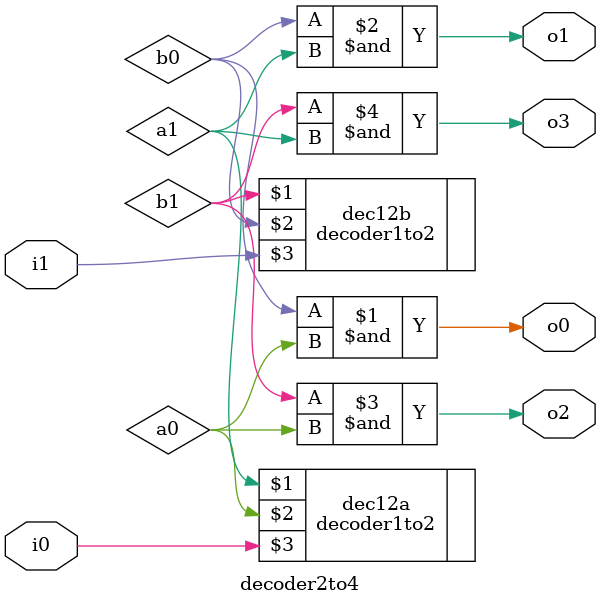
<source format=v>
/* 模組名稱： 2 to 4 line decoder
   著作權宣告：copyright 2012 林博仁(pika1021@gmail.com)
   */
`timescale 1ns / 1ps
`include "Source_code/decoder1to2/decoder1to2.v"

module decoder2to4(o0, o1, o2, o3, i1, i0);
  input i1, i0;
  output o0, o1, o2, o3;
  wire a0, a1, b0, b1;
  decoder1to2 
    dec12a(a1, a0, i0),
    dec12b(b1, b0, i1);
  and
    and00(o0, b0, a0),
    and01(o1, b0, a1),
    and10(o2, b1, a0),
    and11(o3, b1, a1);
  
endmodule

</source>
